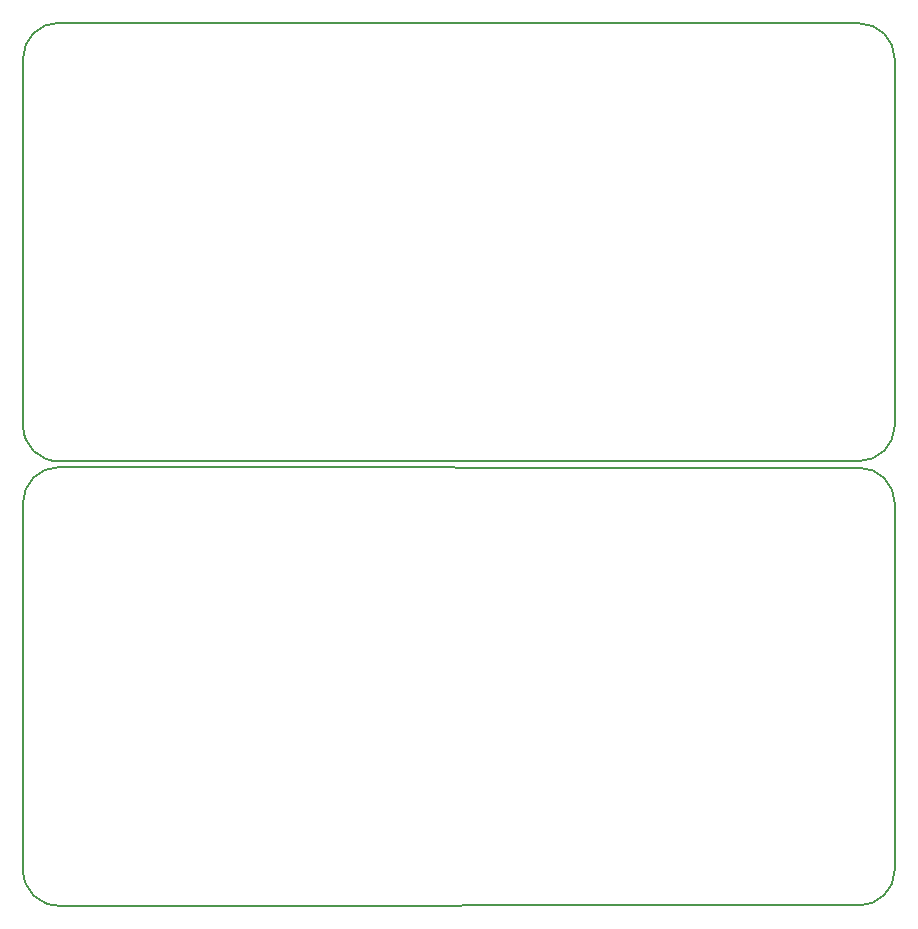
<source format=gbr>
%TF.GenerationSoftware,KiCad,Pcbnew,8.0.4*%
%TF.CreationDate,2024-08-24T22:44:35-07:00*%
%TF.ProjectId,SMDemfExplorerLEDvariationSingleCell_panelized,534d4465-6d66-4457-9870-6c6f7265724c,rev?*%
%TF.SameCoordinates,Original*%
%TF.FileFunction,Profile,NP*%
%FSLAX46Y46*%
G04 Gerber Fmt 4.6, Leading zero omitted, Abs format (unit mm)*
G04 Created by KiCad (PCBNEW 8.0.4) date 2024-08-24 22:44:35*
%MOMM*%
%LPD*%
G01*
G04 APERTURE LIST*
%TA.AperFunction,Profile*%
%ADD10C,0.200000*%
%TD*%
G04 APERTURE END LIST*
D10*
X153250000Y-4724063D02*
G75*
G02*
X156250000Y-1724063I3000000J0D01*
G01*
X227050000Y-4774063D02*
X227050000Y-35849063D01*
X156250000Y-1724063D02*
X224025000Y-1774063D01*
X153250000Y-35849063D02*
X153250000Y-4724063D01*
X227050000Y-35849063D02*
G75*
G02*
X224051107Y-38824167I-3000000J25000D01*
G01*
X156325000Y-38849063D02*
G75*
G02*
X153249063Y-35849063I-75000J3000000D01*
G01*
X224025000Y-1774063D02*
G75*
G02*
X227050104Y-4774063I25000J-3000000D01*
G01*
X224051107Y-38824063D02*
X156325000Y-38849063D01*
X224051107Y-76450000D02*
X156325000Y-76475000D01*
X224025000Y-39400000D02*
G75*
G02*
X227050104Y-42400000I25000J-3000000D01*
G01*
X156325000Y-76475000D02*
G75*
G02*
X153249063Y-73475000I-75000J3000000D01*
G01*
X227050000Y-73475000D02*
G75*
G02*
X224051107Y-76450104I-3000000J25000D01*
G01*
X153250000Y-73475000D02*
X153250000Y-42350000D01*
X156250000Y-39350000D02*
X224025000Y-39400000D01*
X227050000Y-42400000D02*
X227050000Y-73475000D01*
X153250000Y-42350000D02*
G75*
G02*
X156250000Y-39350000I3000000J0D01*
G01*
M02*

</source>
